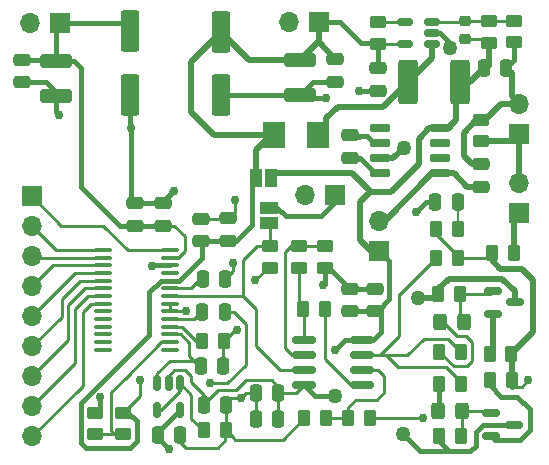
<source format=gbr>
%TF.GenerationSoftware,KiCad,Pcbnew,8.0.5*%
%TF.CreationDate,2024-12-08T21:31:53-05:00*%
%TF.ProjectId,power_glitcher,706f7765-725f-4676-9c69-74636865722e,3.0*%
%TF.SameCoordinates,Original*%
%TF.FileFunction,Copper,L1,Top*%
%TF.FilePolarity,Positive*%
%FSLAX46Y46*%
G04 Gerber Fmt 4.6, Leading zero omitted, Abs format (unit mm)*
G04 Created by KiCad (PCBNEW 8.0.5) date 2024-12-08 21:31:53*
%MOMM*%
%LPD*%
G01*
G04 APERTURE LIST*
G04 Aperture macros list*
%AMRoundRect*
0 Rectangle with rounded corners*
0 $1 Rounding radius*
0 $2 $3 $4 $5 $6 $7 $8 $9 X,Y pos of 4 corners*
0 Add a 4 corners polygon primitive as box body*
4,1,4,$2,$3,$4,$5,$6,$7,$8,$9,$2,$3,0*
0 Add four circle primitives for the rounded corners*
1,1,$1+$1,$2,$3*
1,1,$1+$1,$4,$5*
1,1,$1+$1,$6,$7*
1,1,$1+$1,$8,$9*
0 Add four rect primitives between the rounded corners*
20,1,$1+$1,$2,$3,$4,$5,0*
20,1,$1+$1,$4,$5,$6,$7,0*
20,1,$1+$1,$6,$7,$8,$9,0*
20,1,$1+$1,$8,$9,$2,$3,0*%
G04 Aperture macros list end*
%TA.AperFunction,ComponentPad*%
%ADD10R,1.700000X1.700000*%
%TD*%
%TA.AperFunction,ComponentPad*%
%ADD11O,1.700000X1.700000*%
%TD*%
%TA.AperFunction,SMDPad,CuDef*%
%ADD12RoundRect,0.250000X-0.450000X0.262500X-0.450000X-0.262500X0.450000X-0.262500X0.450000X0.262500X0*%
%TD*%
%TA.AperFunction,SMDPad,CuDef*%
%ADD13RoundRect,0.250000X0.475000X-0.250000X0.475000X0.250000X-0.475000X0.250000X-0.475000X-0.250000X0*%
%TD*%
%TA.AperFunction,SMDPad,CuDef*%
%ADD14RoundRect,0.150000X-0.725000X-0.150000X0.725000X-0.150000X0.725000X0.150000X-0.725000X0.150000X0*%
%TD*%
%TA.AperFunction,SMDPad,CuDef*%
%ADD15RoundRect,0.150000X-0.825000X-0.150000X0.825000X-0.150000X0.825000X0.150000X-0.825000X0.150000X0*%
%TD*%
%TA.AperFunction,SMDPad,CuDef*%
%ADD16RoundRect,0.250000X0.262500X0.450000X-0.262500X0.450000X-0.262500X-0.450000X0.262500X-0.450000X0*%
%TD*%
%TA.AperFunction,SMDPad,CuDef*%
%ADD17RoundRect,0.250000X-0.262500X-0.450000X0.262500X-0.450000X0.262500X0.450000X-0.262500X0.450000X0*%
%TD*%
%TA.AperFunction,SMDPad,CuDef*%
%ADD18R,1.500000X1.000000*%
%TD*%
%TA.AperFunction,SMDPad,CuDef*%
%ADD19RoundRect,0.250000X-0.550000X1.500000X-0.550000X-1.500000X0.550000X-1.500000X0.550000X1.500000X0*%
%TD*%
%TA.AperFunction,SMDPad,CuDef*%
%ADD20RoundRect,0.250000X0.450000X-0.262500X0.450000X0.262500X-0.450000X0.262500X-0.450000X-0.262500X0*%
%TD*%
%TA.AperFunction,SMDPad,CuDef*%
%ADD21R,1.000000X1.500000*%
%TD*%
%TA.AperFunction,SMDPad,CuDef*%
%ADD22RoundRect,0.250000X0.250000X0.475000X-0.250000X0.475000X-0.250000X-0.475000X0.250000X-0.475000X0*%
%TD*%
%TA.AperFunction,SMDPad,CuDef*%
%ADD23RoundRect,0.150000X-0.150000X0.512500X-0.150000X-0.512500X0.150000X-0.512500X0.150000X0.512500X0*%
%TD*%
%TA.AperFunction,SMDPad,CuDef*%
%ADD24RoundRect,0.250000X-0.475000X0.250000X-0.475000X-0.250000X0.475000X-0.250000X0.475000X0.250000X0*%
%TD*%
%TA.AperFunction,SMDPad,CuDef*%
%ADD25RoundRect,0.250000X-0.250000X-0.475000X0.250000X-0.475000X0.250000X0.475000X-0.250000X0.475000X0*%
%TD*%
%TA.AperFunction,SMDPad,CuDef*%
%ADD26RoundRect,0.100000X-0.637500X-0.100000X0.637500X-0.100000X0.637500X0.100000X-0.637500X0.100000X0*%
%TD*%
%TA.AperFunction,SMDPad,CuDef*%
%ADD27RoundRect,0.250000X0.587500X1.625000X-0.587500X1.625000X-0.587500X-1.625000X0.587500X-1.625000X0*%
%TD*%
%TA.AperFunction,SMDPad,CuDef*%
%ADD28RoundRect,0.225000X0.250000X-0.225000X0.250000X0.225000X-0.250000X0.225000X-0.250000X-0.225000X0*%
%TD*%
%TA.AperFunction,SMDPad,CuDef*%
%ADD29RoundRect,0.150000X0.512500X0.150000X-0.512500X0.150000X-0.512500X-0.150000X0.512500X-0.150000X0*%
%TD*%
%TA.AperFunction,SMDPad,CuDef*%
%ADD30RoundRect,0.250000X-0.325000X-0.450000X0.325000X-0.450000X0.325000X0.450000X-0.325000X0.450000X0*%
%TD*%
%TA.AperFunction,SMDPad,CuDef*%
%ADD31RoundRect,0.150000X-0.587500X-0.150000X0.587500X-0.150000X0.587500X0.150000X-0.587500X0.150000X0*%
%TD*%
%TA.AperFunction,SMDPad,CuDef*%
%ADD32RoundRect,0.250000X0.325000X0.450000X-0.325000X0.450000X-0.325000X-0.450000X0.325000X-0.450000X0*%
%TD*%
%TA.AperFunction,SMDPad,CuDef*%
%ADD33RoundRect,0.250000X-1.100000X0.325000X-1.100000X-0.325000X1.100000X-0.325000X1.100000X0.325000X0*%
%TD*%
%TA.AperFunction,SMDPad,CuDef*%
%ADD34R,1.854500X2.286000*%
%TD*%
%TA.AperFunction,ViaPad*%
%ADD35C,1.270000*%
%TD*%
%TA.AperFunction,ViaPad*%
%ADD36C,0.762000*%
%TD*%
%TA.AperFunction,Conductor*%
%ADD37C,0.200000*%
%TD*%
%TA.AperFunction,Conductor*%
%ADD38C,0.254000*%
%TD*%
%TA.AperFunction,Conductor*%
%ADD39C,0.508000*%
%TD*%
%TA.AperFunction,Conductor*%
%ADD40C,0.381000*%
%TD*%
G04 APERTURE END LIST*
D10*
%TO.P,J7,1,Pin_1*%
%TO.N,Net-(J4-Pin_2)*%
X124282200Y-65938400D03*
D11*
%TO.P,J7,2,Pin_2*%
%TO.N,AGND*%
X124282200Y-63398400D03*
%TD*%
D12*
%TO.P,R21,1*%
%TO.N,Net-(U5-FB)*%
X121770000Y-56410000D03*
%TO.P,R21,2*%
%TO.N,V+*%
X121770000Y-58235000D03*
%TD*%
D13*
%TO.P,C17,1*%
%TO.N,AVCC*%
X99644200Y-75031600D03*
%TO.P,C17,2*%
%TO.N,AGND*%
X99644200Y-73131600D03*
%TD*%
D14*
%TO.P,U4,1,NC*%
%TO.N,unconnected-(U4-NC-Pad1)*%
X112477400Y-65495400D03*
%TO.P,U4,2,CAP+*%
%TO.N,Net-(U4-CAP+)*%
X112477400Y-66765400D03*
%TO.P,U4,3,GND*%
%TO.N,AGND*%
X112477400Y-68035400D03*
%TO.P,U4,4,CAP-*%
%TO.N,Net-(U4-CAP-)*%
X112477400Y-69305400D03*
%TO.P,U4,5,VOUT*%
%TO.N,V-*%
X117627400Y-69305400D03*
%TO.P,U4,6,LV*%
%TO.N,unconnected-(U4-LV-Pad6)*%
X117627400Y-68035400D03*
%TO.P,U4,7,OSC*%
%TO.N,unconnected-(U4-OSC-Pad7)*%
X117627400Y-66765400D03*
%TO.P,U4,8,V+*%
%TO.N,V+*%
X117627400Y-65495400D03*
%TD*%
D15*
%TO.P,U2,1*%
%TO.N,Net-(R7-Pad1)*%
X106048000Y-83439000D03*
%TO.P,U2,2,-*%
%TO.N,Net-(U2A--)*%
X106048000Y-84709000D03*
%TO.P,U2,3,+*%
%TO.N,/signal*%
X106048000Y-85979000D03*
%TO.P,U2,4,V-*%
%TO.N,V-*%
X106048000Y-87249000D03*
%TO.P,U2,5,+*%
%TO.N,Net-(U2B-+)*%
X110998000Y-87249000D03*
%TO.P,U2,6,-*%
%TO.N,Net-(U2B--)*%
X110998000Y-85979000D03*
%TO.P,U2,7*%
%TO.N,Net-(R16-Pad1)*%
X110998000Y-84709000D03*
%TO.P,U2,8,V+*%
%TO.N,V+*%
X110998000Y-83439000D03*
%TD*%
D16*
%TO.P,R2,1*%
%TO.N,Net-(R1-Pad2)*%
X123665000Y-86842600D03*
%TO.P,R2,2*%
%TO.N,Net-(Q2-E)*%
X121840000Y-86842600D03*
%TD*%
D17*
%TO.P,R16,1*%
%TO.N,Net-(R16-Pad1)*%
X117273700Y-76454000D03*
%TO.P,R16,2*%
%TO.N,Net-(R1-Pad2)*%
X119098700Y-76454000D03*
%TD*%
D18*
%TO.P,JP1,1,A*%
%TO.N,Net-(J5-Pin_1)*%
X103098600Y-72212200D03*
%TO.P,JP1,2,B*%
%TO.N,/signal*%
X103098600Y-73512200D03*
%TD*%
D19*
%TO.P,C6,1*%
%TO.N,AVCC*%
X99065000Y-57302400D03*
%TO.P,C6,2*%
%TO.N,AGND*%
X99065000Y-62702400D03*
%TD*%
D10*
%TO.P,J4,1,Pin_1*%
%TO.N,/out*%
X124256800Y-72699800D03*
D11*
%TO.P,J4,2,Pin_2*%
%TO.N,Net-(J4-Pin_2)*%
X124256800Y-70159800D03*
%TD*%
D20*
%TO.P,R20,1*%
%TO.N,AGND*%
X123878200Y-58209600D03*
%TO.P,R20,2*%
%TO.N,Net-(U5-FB)*%
X123878200Y-56384600D03*
%TD*%
D17*
%TO.P,R6,1*%
%TO.N,Net-(U2B--)*%
X109840000Y-90043000D03*
%TO.P,R6,2*%
%TO.N,Net-(R1-Pad2)*%
X111665000Y-90043000D03*
%TD*%
D21*
%TO.P,JP2,1,A*%
%TO.N,V+*%
X103276400Y-69723000D03*
%TO.P,JP2,2,B*%
%TO.N,AVCC*%
X101976400Y-69723000D03*
%TD*%
D16*
%TO.P,R15,1*%
%TO.N,AGND*%
X99261300Y-83515200D03*
%TO.P,R15,2*%
%TO.N,Net-(U1-FS_ADJ)*%
X97436300Y-83515200D03*
%TD*%
D22*
%TO.P,C22,1*%
%TO.N,V-*%
X103896200Y-90119200D03*
%TO.P,C22,2*%
%TO.N,AGND*%
X101996200Y-90119200D03*
%TD*%
D23*
%TO.P,U3,1*%
%TO.N,Net-(U3--)*%
X95565000Y-87096600D03*
%TO.P,U3,2,V-*%
%TO.N,V-*%
X94615000Y-87096600D03*
%TO.P,U3,3,+*%
%TO.N,/refio*%
X93665000Y-87096600D03*
%TO.P,U3,4,-*%
%TO.N,Net-(U3--)*%
X93665000Y-89371600D03*
%TO.P,U3,5,V+*%
%TO.N,V+*%
X95565000Y-89371600D03*
%TD*%
D20*
%TO.P,R10,1*%
%TO.N,AGND*%
X103200200Y-77290300D03*
%TO.P,R10,2*%
%TO.N,/signal*%
X103200200Y-75465300D03*
%TD*%
D24*
%TO.P,C23,1*%
%TO.N,Net-(U4-CAP+)*%
X109931200Y-66090800D03*
%TO.P,C23,2*%
%TO.N,Net-(U4-CAP-)*%
X109931200Y-67990800D03*
%TD*%
D10*
%TO.P,J6,1,Pin_1*%
%TO.N,V+*%
X112445800Y-75844400D03*
D11*
%TO.P,J6,2,Pin_2*%
%TO.N,V-*%
X112445800Y-73304400D03*
%TD*%
D17*
%TO.P,R18,1*%
%TO.N,Net-(D2-A)*%
X117527700Y-87122000D03*
%TO.P,R18,2*%
%TO.N,Net-(R16-Pad1)*%
X119352700Y-87122000D03*
%TD*%
D25*
%TO.P,C2,1*%
%TO.N,Net-(U1-COMP1)*%
X97460000Y-81070000D03*
%TO.P,C2,2*%
%TO.N,AVCC*%
X99360000Y-81070000D03*
%TD*%
D20*
%TO.P,R13,1*%
%TO.N,/reflo*%
X90779600Y-91389200D03*
%TO.P,R13,2*%
%TO.N,AVCC*%
X90779600Y-89564200D03*
%TD*%
D13*
%TO.P,C11,1*%
%TO.N,V+*%
X109956600Y-81000600D03*
%TO.P,C11,2*%
%TO.N,AGND*%
X109956600Y-79100600D03*
%TD*%
D16*
%TO.P,R12,1*%
%TO.N,AGND*%
X99439100Y-91059000D03*
%TO.P,R12,2*%
%TO.N,Net-(U3--)*%
X97614100Y-91059000D03*
%TD*%
D10*
%TO.P,J5,1,Pin_1*%
%TO.N,Net-(J5-Pin_1)*%
X108717000Y-71145400D03*
D11*
%TO.P,J5,2,Pin_2*%
%TO.N,AGND*%
X106177000Y-71145400D03*
%TD*%
D17*
%TO.P,R3,1*%
%TO.N,Net-(R1-Pad2)*%
X121998100Y-76073000D03*
%TO.P,R3,2*%
%TO.N,/out*%
X123823100Y-76073000D03*
%TD*%
D13*
%TO.P,C24,1*%
%TO.N,V-*%
X121031000Y-70429200D03*
%TO.P,C24,2*%
%TO.N,AGND*%
X121031000Y-68529200D03*
%TD*%
D26*
%TO.P,U1,1,DB7*%
%TO.N,Net-(J1-Pin_2)*%
X89017000Y-75804000D03*
%TO.P,U1,2,DB6*%
%TO.N,Net-(J1-Pin_3)*%
X89017000Y-76454000D03*
%TO.P,U1,3,DB5*%
%TO.N,Net-(J1-Pin_4)*%
X89017000Y-77104000D03*
%TO.P,U1,4,DB4*%
%TO.N,Net-(J1-Pin_5)*%
X89017000Y-77754000D03*
%TO.P,U1,5,DB3*%
%TO.N,Net-(J1-Pin_6)*%
X89017000Y-78404000D03*
%TO.P,U1,6,DB2*%
%TO.N,Net-(J1-Pin_7)*%
X89017000Y-79054000D03*
%TO.P,U1,7,DB1*%
%TO.N,Net-(J1-Pin_8)*%
X89017000Y-79704000D03*
%TO.P,U1,8,DB0*%
%TO.N,Net-(J1-Pin_9)*%
X89017000Y-80354000D03*
%TO.P,U1,9*%
%TO.N,N/C*%
X89017000Y-81004000D03*
%TO.P,U1,10*%
X89017000Y-81654000D03*
%TO.P,U1,11*%
X89017000Y-82304000D03*
%TO.P,U1,12*%
X89017000Y-82954000D03*
%TO.P,U1,13*%
X89017000Y-83604000D03*
%TO.P,U1,14*%
X89017000Y-84254000D03*
%TO.P,U1,15,SLEEP*%
%TO.N,unconnected-(U1-SLEEP-Pad15)*%
X94742000Y-84254000D03*
%TO.P,U1,16,REFLO*%
%TO.N,/reflo*%
X94742000Y-83604000D03*
%TO.P,U1,17,REFIO*%
%TO.N,/refio*%
X94742000Y-82954000D03*
%TO.P,U1,18,FS_ADJ*%
%TO.N,Net-(U1-FS_ADJ)*%
X94742000Y-82304000D03*
%TO.P,U1,19,COMP1*%
%TO.N,Net-(U1-COMP1)*%
X94742000Y-81654000D03*
%TO.P,U1,20,ACOM*%
%TO.N,AGND*%
X94742000Y-81004000D03*
%TO.P,U1,21,IOUTB*%
X94742000Y-80354000D03*
%TO.P,U1,22,IOUTA*%
%TO.N,/signal*%
X94742000Y-79704000D03*
%TO.P,U1,23,COMP2*%
%TO.N,Net-(U1-COMP2)*%
X94742000Y-79054000D03*
%TO.P,U1,24,AVDD*%
%TO.N,AVCC*%
X94742000Y-78404000D03*
%TO.P,U1,25*%
%TO.N,N/C*%
X94742000Y-77754000D03*
%TO.P,U1,26,DCOM*%
%TO.N,DGND*%
X94742000Y-77104000D03*
%TO.P,U1,27,DVDD*%
%TO.N,DVCC*%
X94742000Y-76454000D03*
%TO.P,U1,28,Clock*%
%TO.N,Net-(J1-Pin_1)*%
X94742000Y-75804000D03*
%TD*%
D13*
%TO.P,C13,1*%
%TO.N,V+*%
X112064800Y-80990400D03*
%TO.P,C13,2*%
%TO.N,AGND*%
X112064800Y-79090400D03*
%TD*%
D27*
%TO.P,D3,1,K*%
%TO.N,V+*%
X119284600Y-61569600D03*
%TO.P,D3,2,A*%
%TO.N,Net-(D3-A)*%
X114909600Y-61569600D03*
%TD*%
D10*
%TO.P,J3,1,Pin_1*%
%TO.N,AVCC*%
X107325000Y-56515000D03*
D11*
%TO.P,J3,2,Pin_2*%
%TO.N,AGND*%
X104785000Y-56515000D03*
%TD*%
D22*
%TO.P,C21,1*%
%TO.N,V-*%
X103896200Y-87934800D03*
%TO.P,C21,2*%
%TO.N,AGND*%
X101996200Y-87934800D03*
%TD*%
D12*
%TO.P,R8,1*%
%TO.N,Net-(U2A--)*%
X105689400Y-75490700D03*
%TO.P,R8,2*%
%TO.N,Net-(R7-Pad1)*%
X105689400Y-77315700D03*
%TD*%
%TO.P,R22,1*%
%TO.N,Net-(U5-EN)*%
X112369600Y-56515000D03*
%TO.P,R22,2*%
%TO.N,AVCC*%
X112369600Y-58340000D03*
%TD*%
D16*
%TO.P,R19,1*%
%TO.N,Net-(R16-Pad1)*%
X119364800Y-84404200D03*
%TO.P,R19,2*%
%TO.N,Net-(D1-K)*%
X117539800Y-84404200D03*
%TD*%
%TO.P,R4,1*%
%TO.N,Net-(D1-A)*%
X119259400Y-79502000D03*
%TO.P,R4,2*%
%TO.N,V+*%
X117434400Y-79502000D03*
%TD*%
D20*
%TO.P,R14,1*%
%TO.N,/reflo*%
X88366600Y-91389200D03*
%TO.P,R14,2*%
%TO.N,AGND*%
X88366600Y-89564200D03*
%TD*%
D17*
%TO.P,R1,1*%
%TO.N,Net-(Q1-E)*%
X121818400Y-84582000D03*
%TO.P,R1,2*%
%TO.N,Net-(R1-Pad2)*%
X123643400Y-84582000D03*
%TD*%
D10*
%TO.P,J2,1,Pin_1*%
%TO.N,DVCC*%
X85450600Y-56565800D03*
D11*
%TO.P,J2,2,Pin_2*%
%TO.N,DGND*%
X82910600Y-56565800D03*
%TD*%
D28*
%TO.P,C20,1*%
%TO.N,V+*%
X119687200Y-57959400D03*
%TO.P,C20,2*%
%TO.N,Net-(U5-FB)*%
X119687200Y-56409400D03*
%TD*%
D29*
%TO.P,U5,1,SW*%
%TO.N,Net-(D3-A)*%
X116936100Y-58379400D03*
%TO.P,U5,2,GND*%
%TO.N,AGND*%
X116936100Y-57429400D03*
%TO.P,U5,3,FB*%
%TO.N,Net-(U5-FB)*%
X116936100Y-56479400D03*
%TO.P,U5,4,EN*%
%TO.N,Net-(U5-EN)*%
X114661100Y-56479400D03*
%TO.P,U5,5,VIN*%
%TO.N,AVCC*%
X114661100Y-58379400D03*
%TD*%
D24*
%TO.P,C10,1*%
%TO.N,DVCC*%
X82169000Y-59715400D03*
%TO.P,C10,2*%
%TO.N,DGND*%
X82169000Y-61615400D03*
%TD*%
D25*
%TO.P,C3,1*%
%TO.N,Net-(U1-COMP2)*%
X97525800Y-78282800D03*
%TO.P,C3,2*%
%TO.N,AGND*%
X99425800Y-78282800D03*
%TD*%
D16*
%TO.P,R11,1*%
%TO.N,Net-(C1-Pad1)*%
X119085400Y-74041000D03*
%TO.P,R11,2*%
%TO.N,Net-(R1-Pad2)*%
X117260400Y-74041000D03*
%TD*%
D22*
%TO.P,C19,1*%
%TO.N,AGND*%
X123215400Y-60401200D03*
%TO.P,C19,2*%
%TO.N,V+*%
X121315400Y-60401200D03*
%TD*%
D30*
%TO.P,D1,1,K*%
%TO.N,Net-(D1-K)*%
X117575900Y-81915000D03*
%TO.P,D1,2,A*%
%TO.N,Net-(D1-A)*%
X119625900Y-81915000D03*
%TD*%
D10*
%TO.P,J1,1,Pin_1*%
%TO.N,Net-(J1-Pin_1)*%
X83058000Y-71247000D03*
D11*
%TO.P,J1,2,Pin_2*%
%TO.N,Net-(J1-Pin_2)*%
X83058000Y-73787000D03*
%TO.P,J1,3,Pin_3*%
%TO.N,Net-(J1-Pin_3)*%
X83058000Y-76327000D03*
%TO.P,J1,4,Pin_4*%
%TO.N,Net-(J1-Pin_4)*%
X83058000Y-78867000D03*
%TO.P,J1,5,Pin_5*%
%TO.N,Net-(J1-Pin_5)*%
X83058000Y-81407000D03*
%TO.P,J1,6,Pin_6*%
%TO.N,Net-(J1-Pin_6)*%
X83058000Y-83947000D03*
%TO.P,J1,7,Pin_7*%
%TO.N,Net-(J1-Pin_7)*%
X83058000Y-86487000D03*
%TO.P,J1,8,Pin_8*%
%TO.N,Net-(J1-Pin_8)*%
X83058000Y-89027000D03*
%TO.P,J1,9,Pin_9*%
%TO.N,Net-(J1-Pin_9)*%
X83058000Y-91567000D03*
%TD*%
D20*
%TO.P,R9,1*%
%TO.N,AGND*%
X107848400Y-77315700D03*
%TO.P,R9,2*%
%TO.N,Net-(U2A--)*%
X107848400Y-75490700D03*
%TD*%
D19*
%TO.P,C8,1*%
%TO.N,DVCC*%
X91368800Y-57287200D03*
%TO.P,C8,2*%
%TO.N,DGND*%
X91368800Y-62687200D03*
%TD*%
D13*
%TO.P,C14,1*%
%TO.N,DVCC*%
X94107000Y-73756600D03*
%TO.P,C14,2*%
%TO.N,DGND*%
X94107000Y-71856600D03*
%TD*%
%TO.P,C15,1*%
%TO.N,DVCC*%
X91744800Y-73731200D03*
%TO.P,C15,2*%
%TO.N,DGND*%
X91744800Y-71831200D03*
%TD*%
D17*
%TO.P,R5,1*%
%TO.N,V-*%
X117537900Y-91567000D03*
%TO.P,R5,2*%
%TO.N,Net-(D2-K)*%
X119362900Y-91567000D03*
%TD*%
D13*
%TO.P,C18,1*%
%TO.N,AGND*%
X112369600Y-62301200D03*
%TO.P,C18,2*%
%TO.N,AVCC*%
X112369600Y-60401200D03*
%TD*%
D31*
%TO.P,Q1,1,B*%
%TO.N,Net-(D1-A)*%
X122049300Y-79288600D03*
%TO.P,Q1,2,E*%
%TO.N,Net-(Q1-E)*%
X122049300Y-81188600D03*
%TO.P,Q1,3,C*%
%TO.N,V+*%
X123924300Y-80238600D03*
%TD*%
D32*
%TO.P,D2,1,K*%
%TO.N,Net-(D2-K)*%
X119471100Y-89414600D03*
%TO.P,D2,2,A*%
%TO.N,Net-(D2-A)*%
X117421100Y-89414600D03*
%TD*%
D13*
%TO.P,C16,1*%
%TO.N,AVCC*%
X97332800Y-75041800D03*
%TO.P,C16,2*%
%TO.N,AGND*%
X97332800Y-73141800D03*
%TD*%
D22*
%TO.P,C1,1*%
%TO.N,Net-(C1-Pad1)*%
X119085400Y-71755000D03*
%TO.P,C1,2*%
%TO.N,AGND*%
X117185400Y-71755000D03*
%TD*%
D17*
%TO.P,R7,1*%
%TO.N,Net-(R7-Pad1)*%
X105996100Y-80797400D03*
%TO.P,R7,2*%
%TO.N,Net-(U2B-+)*%
X107821100Y-80797400D03*
%TD*%
D12*
%TO.P,R23,1*%
%TO.N,AGND*%
X121031000Y-64771900D03*
%TO.P,R23,2*%
%TO.N,Net-(J4-Pin_2)*%
X121031000Y-66596900D03*
%TD*%
D24*
%TO.P,C7,1*%
%TO.N,AVCC*%
X108742400Y-59639200D03*
%TO.P,C7,2*%
%TO.N,AGND*%
X108742400Y-61539200D03*
%TD*%
D33*
%TO.P,C5,1*%
%TO.N,AVCC*%
X105770600Y-59690000D03*
%TO.P,C5,2*%
%TO.N,AGND*%
X105770600Y-62640000D03*
%TD*%
D34*
%TO.P,L1,1,1*%
%TO.N,AVCC*%
X103517750Y-66040000D03*
%TO.P,L1,2,2*%
%TO.N,Net-(D3-A)*%
X107302250Y-66040000D03*
%TD*%
D25*
%TO.P,C12,1*%
%TO.N,V-*%
X97586800Y-88900000D03*
%TO.P,C12,2*%
%TO.N,AGND*%
X99486800Y-88900000D03*
%TD*%
%TO.P,C4,1*%
%TO.N,/refio*%
X97348000Y-85648800D03*
%TO.P,C4,2*%
%TO.N,AGND*%
X99248000Y-85648800D03*
%TD*%
D22*
%TO.P,C25,1*%
%TO.N,AGND*%
X95590400Y-91440000D03*
%TO.P,C25,2*%
%TO.N,V+*%
X93690400Y-91440000D03*
%TD*%
D31*
%TO.P,Q2,1,B*%
%TO.N,Net-(D2-K)*%
X121950000Y-89626400D03*
%TO.P,Q2,2,E*%
%TO.N,Net-(Q2-E)*%
X121950000Y-91526400D03*
%TO.P,Q2,3,C*%
%TO.N,V-*%
X123825000Y-90576400D03*
%TD*%
D33*
%TO.P,C9,1*%
%TO.N,DVCC*%
X85090000Y-59791600D03*
%TO.P,C9,2*%
%TO.N,DGND*%
X85090000Y-62741600D03*
%TD*%
D17*
%TO.P,R17,1*%
%TO.N,AGND*%
X106110000Y-90043000D03*
%TO.P,R17,2*%
%TO.N,Net-(U2B--)*%
X107935000Y-90043000D03*
%TD*%
D35*
%TO.N,AGND*%
X114503200Y-67132200D03*
D36*
X101930200Y-78360000D03*
X107899200Y-62966600D03*
X110693200Y-62331600D03*
X88823800Y-88214200D03*
D35*
X118417099Y-58709369D03*
D36*
X107721400Y-78790800D03*
X96126000Y-80946000D03*
X100380800Y-82550000D03*
X100253800Y-71602600D03*
X115595400Y-72567800D03*
X100100000Y-76900000D03*
X100761800Y-88341200D03*
%TO.N,AVCC*%
X98094800Y-87096600D03*
X92202000Y-86817200D03*
%TO.N,DGND*%
X91389200Y-65430400D03*
X85344000Y-64363600D03*
X93218000Y-77114400D03*
X95100000Y-70810000D03*
%TO.N,Net-(R1-Pad2)*%
X116154200Y-90017600D03*
X125044200Y-86842600D03*
D35*
%TO.N,V-*%
X114452400Y-91389200D03*
X108686600Y-88188800D03*
D36*
%TO.N,V+*%
X94640400Y-92684600D03*
X108712000Y-84251800D03*
D35*
X115697000Y-79857600D03*
%TD*%
D37*
%TO.N,Net-(C1-Pad1)*%
X119085400Y-71755000D02*
X119085400Y-74041000D01*
D38*
%TO.N,AGND*%
X99390200Y-91107900D02*
X99390200Y-91922600D01*
X101168200Y-87934800D02*
X101996200Y-87934800D01*
X99248000Y-85777700D02*
X99248000Y-83528500D01*
D39*
X122783600Y-63398400D02*
X124282200Y-63398400D01*
X123647200Y-60833000D02*
X123647200Y-62763400D01*
D38*
X100253800Y-72649000D02*
X99771200Y-73131600D01*
D40*
X110723600Y-62301200D02*
X112369600Y-62301200D01*
D37*
X118370000Y-58700000D02*
X118407730Y-58700000D01*
D39*
X119583200Y-67818000D02*
X120294400Y-68529200D01*
D40*
X107899200Y-62966600D02*
X106097200Y-62966600D01*
D38*
X100761800Y-88341200D02*
X101168200Y-87934800D01*
X99248000Y-83528500D02*
X99261300Y-83515200D01*
X100226500Y-82550000D02*
X99261300Y-83515200D01*
X100253800Y-71602600D02*
X100253800Y-72649000D01*
X99796600Y-88341200D02*
X99486800Y-88651000D01*
X97459800Y-73141800D02*
X99761000Y-73141800D01*
D39*
X120294400Y-68529200D02*
X121031000Y-68529200D01*
D40*
X107848400Y-77315700D02*
X107848400Y-78663800D01*
X117589400Y-57429400D02*
X118370000Y-58210000D01*
D38*
X102050000Y-78270000D02*
X103029700Y-77290300D01*
D40*
X118370000Y-58210000D02*
X118370000Y-58700000D01*
D38*
X98755200Y-92557600D02*
X96088200Y-92557600D01*
X96126000Y-80946000D02*
X96068000Y-81004000D01*
D40*
X106097200Y-62966600D02*
X105770600Y-62640000D01*
D38*
X99439100Y-91059000D02*
X99390200Y-91107900D01*
D40*
X107848400Y-77315700D02*
X108171700Y-77315700D01*
D39*
X121031000Y-64771900D02*
X120673500Y-64771900D01*
D40*
X109966800Y-79090400D02*
X112064800Y-79090400D01*
D38*
X99486800Y-88900000D02*
X99486800Y-91011300D01*
D40*
X99486800Y-88900000D02*
X99486800Y-88651000D01*
D38*
X95590400Y-92059800D02*
X95590400Y-91440000D01*
X99390200Y-91922600D02*
X98755200Y-92557600D01*
D39*
X121410100Y-64771900D02*
X122783600Y-63398400D01*
D40*
X108171700Y-77315700D02*
X109956600Y-79100600D01*
D38*
X103029700Y-77290300D02*
X103200200Y-77290300D01*
D40*
X106871400Y-61539200D02*
X105770600Y-62640000D01*
X116936100Y-57429400D02*
X117589400Y-57429400D01*
X110693200Y-62331600D02*
X110723600Y-62301200D01*
X105708200Y-62702400D02*
X105770600Y-62640000D01*
X109956600Y-79100600D02*
X109966800Y-79090400D01*
D39*
X123647200Y-62763400D02*
X124282200Y-63398400D01*
D40*
X88823800Y-89107000D02*
X88366600Y-89564200D01*
X88823800Y-88214200D02*
X88823800Y-89107000D01*
D39*
X113600000Y-68035400D02*
X113045800Y-68035400D01*
D38*
X102020200Y-78270000D02*
X102050000Y-78270000D01*
D39*
X119583200Y-65862200D02*
X119583200Y-67818000D01*
D38*
X100100000Y-77608600D02*
X99425800Y-78282800D01*
D39*
X120673500Y-64771900D02*
X119583200Y-65862200D01*
D38*
X94742000Y-81004000D02*
X94742000Y-80354000D01*
X100251900Y-91871800D02*
X104281200Y-91871800D01*
X104281200Y-91871800D02*
X106110000Y-90043000D01*
D40*
X108742400Y-61539200D02*
X106871400Y-61539200D01*
X107848400Y-78663800D02*
X107721400Y-78790800D01*
D38*
X100380800Y-82550000D02*
X100226500Y-82550000D01*
D39*
X121031000Y-64771900D02*
X121410100Y-64771900D01*
D38*
X96068000Y-81004000D02*
X94742000Y-81004000D01*
D40*
X115697000Y-72440800D02*
X115697000Y-72466200D01*
D38*
X96088200Y-92557600D02*
X95590400Y-92059800D01*
D40*
X115697000Y-72466200D02*
X115595400Y-72567800D01*
D38*
X99761000Y-73141800D02*
X99771200Y-73131600D01*
X101930200Y-78360000D02*
X102020200Y-78270000D01*
D39*
X123215400Y-60401200D02*
X123215400Y-60655200D01*
D40*
X123878200Y-59738400D02*
X123878200Y-58209600D01*
X116382800Y-71755000D02*
X115697000Y-72440800D01*
X99065000Y-62702400D02*
X105708200Y-62702400D01*
D39*
X123215400Y-60401200D02*
X123647200Y-60833000D01*
D38*
X99439100Y-91059000D02*
X100036950Y-91656850D01*
D39*
X123266200Y-60350400D02*
X123215400Y-60401200D01*
D40*
X123215400Y-60401200D02*
X123878200Y-59738400D01*
D38*
X101996200Y-87934800D02*
X101996200Y-90119200D01*
D39*
X114503200Y-67132200D02*
X113600000Y-68035400D01*
D38*
X100761800Y-88341200D02*
X99796600Y-88341200D01*
X100036950Y-91656850D02*
X100251900Y-91871800D01*
D39*
X123878200Y-58209600D02*
X124104400Y-58435800D01*
D37*
X118407730Y-58700000D02*
X118417099Y-58709369D01*
D40*
X117185400Y-71755000D02*
X116382800Y-71755000D01*
D38*
X100100000Y-76900000D02*
X100100000Y-77608600D01*
X99486800Y-91011300D02*
X99439100Y-91059000D01*
%TO.N,Net-(U1-COMP1)*%
X96770800Y-81654000D02*
X97373400Y-81051400D01*
X94742000Y-81654000D02*
X96770800Y-81654000D01*
D40*
%TO.N,AVCC*%
X92970000Y-82386856D02*
X92964000Y-82392856D01*
X97459800Y-76470144D02*
X97459800Y-75041800D01*
X92964000Y-82956400D02*
X87172800Y-88747600D01*
X95525944Y-78404000D02*
X97459800Y-76470144D01*
X91922600Y-90300800D02*
X91186000Y-89564200D01*
D39*
X101452600Y-59690000D02*
X105770600Y-59690000D01*
D38*
X112369600Y-58340000D02*
X114621700Y-58340000D01*
D40*
X99065000Y-57302400D02*
X99288600Y-57302400D01*
X100330000Y-75031600D02*
X99771200Y-75031600D01*
D38*
X92202000Y-86817200D02*
X92202000Y-88141800D01*
D40*
X92970000Y-79392056D02*
X92970000Y-82386856D01*
X93958056Y-78404000D02*
X92970000Y-79392056D01*
D38*
X99568000Y-87096600D02*
X101168200Y-85496400D01*
D40*
X107325000Y-56515000D02*
X109143800Y-56515000D01*
X101650800Y-73710800D02*
X100330000Y-75031600D01*
D39*
X99065000Y-57302400D02*
X101452600Y-59690000D01*
X103251000Y-66065400D02*
X101981000Y-67335400D01*
X99065000Y-57302400D02*
X96520000Y-59847400D01*
D40*
X110896400Y-58267600D02*
X112297200Y-58267600D01*
D39*
X107325000Y-58135600D02*
X107325000Y-56515000D01*
X101981000Y-69718400D02*
X101976400Y-69723000D01*
D38*
X101168200Y-85496400D02*
X101168200Y-82067400D01*
D39*
X96520000Y-59847400D02*
X96520000Y-64109600D01*
X98475800Y-66065400D02*
X104190800Y-66065400D01*
D40*
X91338400Y-92586800D02*
X91922600Y-92002600D01*
D38*
X100152200Y-81051400D02*
X99273400Y-81051400D01*
D40*
X87172800Y-92180400D02*
X87579200Y-92586800D01*
D39*
X107325000Y-58221800D02*
X108742400Y-59639200D01*
D40*
X87579200Y-92586800D02*
X91338400Y-92586800D01*
D38*
X101168200Y-82067400D02*
X100152200Y-81051400D01*
D40*
X99288600Y-57302400D02*
X99364800Y-57226200D01*
X92964000Y-82392856D02*
X92964000Y-82956400D01*
X94742000Y-78404000D02*
X93958056Y-78404000D01*
D39*
X105770600Y-59690000D02*
X107325000Y-58135600D01*
X112297200Y-58267600D02*
X112369600Y-58340000D01*
D38*
X98094800Y-87096600D02*
X99568000Y-87096600D01*
D40*
X94742000Y-78404000D02*
X95525944Y-78404000D01*
X109143800Y-56515000D02*
X110896400Y-58267600D01*
X101650800Y-73710800D02*
X101650800Y-70048600D01*
D39*
X96520000Y-64109600D02*
X98475800Y-66065400D01*
D40*
X97459800Y-75041800D02*
X99761000Y-75041800D01*
D39*
X114621700Y-58340000D02*
X114661100Y-58379400D01*
D38*
X92202000Y-88141800D02*
X90779600Y-89564200D01*
D39*
X101981000Y-67335400D02*
X101981000Y-69718400D01*
D40*
X87172800Y-88747600D02*
X87172800Y-92180400D01*
X107325000Y-56515000D02*
X107325000Y-58221800D01*
X91922600Y-92002600D02*
X91922600Y-90300800D01*
D38*
X99761000Y-75041800D02*
X99771200Y-75031600D01*
D40*
X112369600Y-58340000D02*
X112369600Y-60401200D01*
X101650800Y-70048600D02*
X101976400Y-69723000D01*
D38*
%TO.N,Net-(U1-COMP2)*%
X94742000Y-79054000D02*
X96510800Y-79054000D01*
X96510800Y-79054000D02*
X97282000Y-78282800D01*
%TO.N,/refio*%
X97205800Y-85648800D02*
X97348000Y-85648800D01*
X95628600Y-82954000D02*
X96342200Y-83667600D01*
X96748600Y-85191600D02*
X97205800Y-85648800D01*
X94742000Y-82954000D02*
X95628600Y-82954000D01*
X94716600Y-85191600D02*
X96748600Y-85191600D01*
X93665000Y-86243200D02*
X94716600Y-85191600D01*
X96342200Y-84771900D02*
X97219100Y-85648800D01*
X96342200Y-83667600D02*
X96342200Y-84771900D01*
X93665000Y-87096600D02*
X93665000Y-86243200D01*
%TO.N,DGND*%
X91368800Y-65410000D02*
X91389200Y-65430400D01*
X91368800Y-62717600D02*
X91389200Y-62738000D01*
D40*
X91389200Y-65430400D02*
X91389200Y-71475600D01*
X84272200Y-61615400D02*
X82169000Y-61615400D01*
D39*
X94107000Y-71803000D02*
X94107000Y-71856600D01*
D40*
X85090000Y-62741600D02*
X85090000Y-64109600D01*
X85090000Y-62741600D02*
X85090000Y-62433200D01*
X91368800Y-62687200D02*
X91368800Y-65410000D01*
X93228400Y-77104000D02*
X93218000Y-77114400D01*
X85090000Y-64109600D02*
X85344000Y-64363600D01*
X94742000Y-77104000D02*
X93228400Y-77104000D01*
X91389200Y-71475600D02*
X91744800Y-71831200D01*
D39*
X95100000Y-70810000D02*
X94107000Y-71803000D01*
D40*
X85090000Y-62433200D02*
X84272200Y-61615400D01*
X91744800Y-71831200D02*
X94081600Y-71831200D01*
D38*
X94081600Y-71831200D02*
X94107000Y-71856600D01*
D40*
%TO.N,DVCC*%
X90647400Y-56565800D02*
X91368800Y-57287200D01*
X90469800Y-73731200D02*
X91744800Y-73731200D01*
X82169000Y-59715400D02*
X85013800Y-59715400D01*
D38*
X95436140Y-76454000D02*
X94742000Y-76454000D01*
D40*
X87172800Y-70434200D02*
X90469800Y-73731200D01*
X85450600Y-56565800D02*
X90647400Y-56565800D01*
X91744800Y-73731200D02*
X94081600Y-73731200D01*
X85476000Y-56591200D02*
X85450600Y-56565800D01*
X85090000Y-59791600D02*
X86563200Y-59791600D01*
D37*
X94081600Y-73731200D02*
X94107000Y-73756600D01*
D40*
X87172800Y-60401200D02*
X87172800Y-70434200D01*
X85090000Y-59791600D02*
X85090000Y-56926400D01*
D38*
X95986600Y-74650600D02*
X95986600Y-75903540D01*
X95986600Y-75903540D02*
X95436140Y-76454000D01*
X95092600Y-73756600D02*
X95986600Y-74650600D01*
D40*
X86563200Y-59791600D02*
X87172800Y-60401200D01*
X85090000Y-56926400D02*
X85450600Y-56565800D01*
X85013800Y-59715400D02*
X85090000Y-59791600D01*
D38*
X94107000Y-73756600D02*
X95092600Y-73756600D01*
%TO.N,Net-(D1-K)*%
X118999000Y-83058000D02*
X119786400Y-83058000D01*
X117856000Y-81915000D02*
X118999000Y-83058000D01*
X120319800Y-85166200D02*
X119888000Y-85598000D01*
X117575900Y-81915000D02*
X117856000Y-81915000D01*
X119888000Y-85598000D02*
X118733600Y-85598000D01*
X120319800Y-83591400D02*
X120319800Y-85166200D01*
X119786400Y-83058000D02*
X120319800Y-83591400D01*
X118733600Y-85598000D02*
X117539800Y-84404200D01*
%TO.N,Net-(D1-A)*%
X121835900Y-79502000D02*
X122049300Y-79288600D01*
X119259400Y-81548500D02*
X119625900Y-81915000D01*
X119259400Y-79502000D02*
X119259400Y-81548500D01*
X119259400Y-79502000D02*
X121835900Y-79502000D01*
%TO.N,Net-(D2-K)*%
X119475400Y-89408000D02*
X119475400Y-91454500D01*
X119475400Y-89408000D02*
X121731600Y-89408000D01*
X121731600Y-89408000D02*
X121950000Y-89626400D01*
X119475400Y-91454500D02*
X119362900Y-91567000D01*
%TO.N,Net-(D2-A)*%
X117537900Y-89295500D02*
X117425400Y-89408000D01*
D40*
X117537900Y-86995000D02*
X117537900Y-89295500D01*
D38*
%TO.N,Net-(J1-Pin_9)*%
X87350600Y-87274400D02*
X83058000Y-91567000D01*
X89017000Y-80354000D02*
X88048000Y-80354000D01*
X87350600Y-81051400D02*
X87350600Y-87274400D01*
X88048000Y-80354000D02*
X87350600Y-81051400D01*
%TO.N,Net-(J1-Pin_6)*%
X83058000Y-83947000D02*
X85572600Y-81432400D01*
X85572600Y-79959200D02*
X87127800Y-78404000D01*
X87127800Y-78404000D02*
X89017000Y-78404000D01*
X85572600Y-81432400D02*
X85572600Y-79959200D01*
%TO.N,Net-(J1-Pin_7)*%
X87519200Y-79054000D02*
X89017000Y-79054000D01*
X86106000Y-83439000D02*
X86106000Y-80467200D01*
X86106000Y-80467200D02*
X87519200Y-79054000D01*
X83058000Y-86487000D02*
X86106000Y-83439000D01*
%TO.N,Net-(J1-Pin_1)*%
X85540000Y-73729000D02*
X89070600Y-73729000D01*
X83058000Y-71247000D02*
X85540000Y-73729000D01*
X91145600Y-75804000D02*
X94742000Y-75804000D01*
X89070600Y-73729000D02*
X91145600Y-75804000D01*
%TO.N,Net-(J1-Pin_8)*%
X83058000Y-89027000D02*
X86715600Y-85369400D01*
X86715600Y-85369400D02*
X86715600Y-80797400D01*
X87809000Y-79704000D02*
X89017000Y-79704000D01*
X86715600Y-80797400D02*
X87809000Y-79704000D01*
%TO.N,Net-(J1-Pin_3)*%
X83185000Y-76454000D02*
X89017000Y-76454000D01*
X83058000Y-76327000D02*
X83185000Y-76454000D01*
%TO.N,Net-(J1-Pin_2)*%
X85075000Y-75804000D02*
X83058000Y-73787000D01*
X89017000Y-75804000D02*
X85075000Y-75804000D01*
%TO.N,Net-(J1-Pin_5)*%
X83058000Y-81407000D02*
X86711000Y-77754000D01*
X86711000Y-77754000D02*
X89017000Y-77754000D01*
%TO.N,Net-(J1-Pin_4)*%
X84821000Y-77104000D02*
X89017000Y-77104000D01*
X83058000Y-78867000D02*
X84821000Y-77104000D01*
D39*
%TO.N,/out*%
X123823100Y-76073000D02*
X123823100Y-73133500D01*
X123823100Y-73133500D02*
X124256800Y-72699800D01*
%TO.N,Net-(Q1-E)*%
X122049300Y-84351100D02*
X121818400Y-84582000D01*
X122049300Y-81188600D02*
X122049300Y-84351100D01*
D40*
%TO.N,Net-(Q2-E)*%
X125171200Y-91059000D02*
X124383800Y-91846400D01*
X122783600Y-88214200D02*
X124104400Y-88214200D01*
X122270000Y-91846400D02*
X121950000Y-91526400D01*
X125171200Y-89281000D02*
X125171200Y-91059000D01*
X124383800Y-91846400D02*
X122270000Y-91846400D01*
X121840000Y-87270600D02*
X122783600Y-88214200D01*
X121840000Y-86842600D02*
X121840000Y-87270600D01*
X124104400Y-88214200D02*
X125171200Y-89281000D01*
%TO.N,Net-(R1-Pad2)*%
X123665000Y-87368400D02*
X123665000Y-86842600D01*
D38*
X124452400Y-87368400D02*
X124180600Y-87368400D01*
X124518400Y-87368400D02*
X125044200Y-86842600D01*
D39*
X121998100Y-76684500D02*
X122682000Y-77368400D01*
X125450600Y-78308200D02*
X125450600Y-82774800D01*
D38*
X124180600Y-87368400D02*
X123665000Y-87368400D01*
X119098700Y-76299700D02*
X119098700Y-76454000D01*
X116128800Y-90043000D02*
X111665000Y-90043000D01*
D39*
X123665000Y-86842600D02*
X123665000Y-84603600D01*
D38*
X117260400Y-74461400D02*
X119098700Y-76299700D01*
D39*
X124510800Y-77368400D02*
X125450600Y-78308200D01*
D40*
X123665000Y-84603600D02*
X123643400Y-84582000D01*
D38*
X124180600Y-87368400D02*
X124518400Y-87368400D01*
D39*
X121998100Y-76073000D02*
X121998100Y-76684500D01*
X125450600Y-82774800D02*
X123643400Y-84582000D01*
D38*
X116154200Y-90017600D02*
X116128800Y-90043000D01*
D40*
X117400700Y-74181300D02*
X117260400Y-74041000D01*
D38*
X117402600Y-74183200D02*
X117260400Y-74041000D01*
X119098700Y-76454000D02*
X121617100Y-76454000D01*
D39*
X122682000Y-77368400D02*
X124510800Y-77368400D01*
D38*
X117260400Y-74041000D02*
X117260400Y-74461400D01*
%TO.N,Net-(U2B--)*%
X110464600Y-88468200D02*
X112217200Y-88468200D01*
X107935000Y-90043000D02*
X109840000Y-90043000D01*
X112217200Y-88468200D02*
X112877600Y-87807800D01*
X112877600Y-87807800D02*
X112877600Y-86487000D01*
X112369600Y-85979000D02*
X110998000Y-85979000D01*
X109840000Y-90043000D02*
X109840000Y-89092800D01*
X112877600Y-86487000D02*
X112369600Y-85979000D01*
X109840000Y-89092800D02*
X110464600Y-88468200D01*
%TO.N,Net-(R7-Pad1)*%
X106048000Y-80849300D02*
X105996100Y-80797400D01*
X105689400Y-80490700D02*
X105996100Y-80797400D01*
X105689400Y-77315700D02*
X105689400Y-80490700D01*
X106048000Y-83439000D02*
X106048000Y-80849300D01*
%TO.N,Net-(U2B-+)*%
X107821100Y-80797400D02*
X107821100Y-85037300D01*
X107821100Y-85037300D02*
X110032800Y-87249000D01*
X110032800Y-87249000D02*
X110998000Y-87249000D01*
%TO.N,Net-(U2A--)*%
X105073001Y-84709000D02*
X104444800Y-84080799D01*
X106048000Y-84709000D02*
X105073001Y-84709000D01*
X104444800Y-75996800D02*
X104950900Y-75490700D01*
X104444800Y-84080799D02*
X104444800Y-75996800D01*
X105689400Y-75490700D02*
X107848400Y-75490700D01*
X104950900Y-75490700D02*
X105689400Y-75490700D01*
%TO.N,Net-(U3--)*%
X97485200Y-91059000D02*
X96520000Y-90093800D01*
X93665000Y-89371600D02*
X93964999Y-89371600D01*
X95575099Y-87771599D02*
X95565000Y-87771599D01*
X96520000Y-90093800D02*
X96520000Y-88051600D01*
X97614100Y-91059000D02*
X97485200Y-91059000D01*
X96520000Y-88051600D02*
X95565000Y-87096600D01*
X95565000Y-87771599D02*
X95565000Y-87096600D01*
X93964999Y-89371600D02*
X95565000Y-87771599D01*
%TO.N,/reflo*%
X89752600Y-87855900D02*
X89752600Y-91149600D01*
X89752600Y-91149600D02*
X89992200Y-91389200D01*
X94004501Y-83604000D02*
X90988650Y-86619850D01*
X89992200Y-91389200D02*
X90137548Y-91389200D01*
X94742000Y-83604000D02*
X94004501Y-83604000D01*
X90988650Y-86619850D02*
X89752600Y-87855900D01*
X90137548Y-91389200D02*
X90458574Y-91710226D01*
X88366600Y-91389200D02*
X89992200Y-91389200D01*
%TO.N,Net-(U1-FS_ADJ)*%
X94742000Y-82304000D02*
X95740600Y-82304000D01*
X95740600Y-82304000D02*
X96951800Y-83515200D01*
X96951800Y-83515200D02*
X97436300Y-83515200D01*
%TO.N,Net-(R16-Pad1)*%
X114147600Y-79580100D02*
X117273700Y-76454000D01*
X114147600Y-83108800D02*
X112547400Y-84709000D01*
X116230400Y-83312000D02*
X118272600Y-83312000D01*
X119362900Y-86995000D02*
X118092900Y-85725000D01*
X114147600Y-79857600D02*
X114147600Y-79502000D01*
X118092900Y-85725000D02*
X114046000Y-85725000D01*
X110998000Y-84709000D02*
X111139400Y-84850400D01*
X117068600Y-76581000D02*
X117400700Y-76581000D01*
X114046000Y-85725000D02*
X113030000Y-84709000D01*
X114147600Y-83108800D02*
X114147600Y-79857600D01*
X118272600Y-83312000D02*
X119364800Y-84404200D01*
X114833400Y-84709000D02*
X116230400Y-83312000D01*
X113030000Y-84709000D02*
X114833400Y-84709000D01*
X117260400Y-76440700D02*
X117400700Y-76581000D01*
X114147600Y-79857600D02*
X114147600Y-79580100D01*
X117195600Y-76454000D02*
X117273700Y-76454000D01*
X112547400Y-84709000D02*
X110998000Y-84709000D01*
X113030000Y-84709000D02*
X110998000Y-84709000D01*
D39*
%TO.N,Net-(D3-A)*%
X108915200Y-63703200D02*
X112750600Y-63703200D01*
X107975300Y-66065400D02*
X107975300Y-64643100D01*
D40*
X114909600Y-60405900D02*
X114909600Y-61569600D01*
D39*
X114884200Y-61569600D02*
X114909600Y-61569600D01*
X112750600Y-63703200D02*
X114884200Y-61569600D01*
X116936100Y-58379400D02*
X116936100Y-59543100D01*
X107975300Y-64643100D02*
X108915200Y-63703200D01*
X116936100Y-59543100D02*
X114909600Y-61569600D01*
D40*
%TO.N,Net-(J5-Pin_1)*%
X103098600Y-72212200D02*
X103809800Y-72212200D01*
X107492800Y-72923400D02*
X108717000Y-71699200D01*
X103809800Y-72212200D02*
X104521000Y-72923400D01*
X108717000Y-71699200D02*
X108717000Y-71145400D01*
X104521000Y-72923400D02*
X107492800Y-72923400D01*
D38*
%TO.N,Net-(U5-FB)*%
X121770000Y-56410000D02*
X123852800Y-56410000D01*
X117548100Y-56476000D02*
X119620600Y-56476000D01*
X123852800Y-56410000D02*
X123878200Y-56384600D01*
X119687200Y-56409400D02*
X121769400Y-56409400D01*
X119620600Y-56476000D02*
X119687200Y-56409400D01*
X121769400Y-56409400D02*
X121770000Y-56410000D01*
D40*
%TO.N,V-*%
X120599200Y-92379800D02*
X120599200Y-91211400D01*
X120167400Y-92811600D02*
X120599200Y-92379800D01*
D39*
X117627400Y-69305400D02*
X118759200Y-69305400D01*
D38*
X94615000Y-86436200D02*
X95097600Y-85953600D01*
D40*
X118338600Y-92811600D02*
X119100600Y-92811600D01*
D38*
X96469200Y-86461600D02*
X96469200Y-86944200D01*
X97586800Y-88900000D02*
X97586800Y-88849200D01*
D39*
X112903000Y-73304400D02*
X112445800Y-73304400D01*
D38*
X103896200Y-87934800D02*
X105362200Y-87934800D01*
X101193600Y-86842600D02*
X103378000Y-86842600D01*
X97586800Y-88900000D02*
X97586800Y-88061800D01*
X96469200Y-86944200D02*
X97586800Y-88061800D01*
D40*
X114452400Y-91389200D02*
X115874800Y-92811600D01*
X120599200Y-91211400D02*
X121234200Y-90576400D01*
X121234200Y-90576400D02*
X123825000Y-90576400D01*
D39*
X116902000Y-69305400D02*
X112903000Y-73304400D01*
X119883000Y-70429200D02*
X121031000Y-70429200D01*
D38*
X103896200Y-87934800D02*
X103896200Y-90119200D01*
D40*
X117537900Y-91567000D02*
X117537900Y-92010900D01*
X108686600Y-88188800D02*
X106987800Y-88188800D01*
D38*
X98755200Y-87680800D02*
X100355400Y-87680800D01*
D39*
X112445800Y-72745600D02*
X112445800Y-73304400D01*
X112725200Y-73075800D02*
X112445800Y-72796400D01*
D38*
X97015300Y-87490300D02*
X96926400Y-87401400D01*
X95097600Y-85953600D02*
X95961200Y-85953600D01*
D40*
X117537900Y-92010900D02*
X118338600Y-92811600D01*
X119100600Y-92811600D02*
X120167400Y-92811600D01*
D39*
X117279300Y-91825600D02*
X117537900Y-91567000D01*
D40*
X112737900Y-73012300D02*
X112445800Y-73304400D01*
D39*
X118195800Y-69305400D02*
X116902000Y-69305400D01*
D38*
X97586800Y-88849200D02*
X98755200Y-87680800D01*
D39*
X118759200Y-69305400D02*
X119883000Y-70429200D01*
D38*
X106110000Y-87311000D02*
X106048000Y-87249000D01*
X103378000Y-86842600D02*
X103896200Y-87360800D01*
X94615000Y-87096600D02*
X94615000Y-86436200D01*
D40*
X106987800Y-88188800D02*
X106048000Y-87249000D01*
X115874800Y-92811600D02*
X119100600Y-92811600D01*
D38*
X103896200Y-87360800D02*
X103896200Y-87934800D01*
X105362200Y-87934800D02*
X106048000Y-87249000D01*
X97586800Y-88312000D02*
X97586800Y-88900000D01*
X95961200Y-85953600D02*
X96469200Y-86461600D01*
X100355400Y-87680800D02*
X101193600Y-86842600D01*
X97586800Y-88061800D02*
X97015300Y-87490300D01*
D39*
%TO.N,V+*%
X110845600Y-71729600D02*
X110845600Y-74980800D01*
X115798600Y-66370200D02*
X115798600Y-68503800D01*
X122859800Y-78232000D02*
X118338600Y-78232000D01*
X121770000Y-58235000D02*
X121770000Y-60240400D01*
D40*
X112598200Y-81178400D02*
X112598200Y-82778600D01*
D39*
X115798600Y-68503800D02*
X113436400Y-70866000D01*
X110159800Y-69240400D02*
X111785400Y-70866000D01*
D38*
X119687200Y-57959400D02*
X121494400Y-57959400D01*
D40*
X112410200Y-80990400D02*
X112598200Y-81178400D01*
X112064800Y-80990400D02*
X112303600Y-80990400D01*
D39*
X116662200Y-65506600D02*
X115798600Y-66370200D01*
X123924300Y-79296500D02*
X122859800Y-78232000D01*
X121158000Y-60243800D02*
X121315400Y-60401200D01*
D40*
X111937800Y-83439000D02*
X110998000Y-83439000D01*
X93690400Y-91440000D02*
X93690400Y-91734600D01*
X109966800Y-80990400D02*
X109956600Y-81000600D01*
D39*
X119284600Y-61569600D02*
X120147000Y-61569600D01*
D40*
X113309400Y-79984600D02*
X113309400Y-76708000D01*
X112064800Y-80990400D02*
X112410200Y-80990400D01*
D39*
X120147000Y-61569600D02*
X121315400Y-60401200D01*
D40*
X113309400Y-76708000D02*
X112445800Y-75844400D01*
D39*
X116977200Y-79857600D02*
X117383600Y-79451200D01*
D40*
X93690400Y-91734600D02*
X94640400Y-92684600D01*
X112303600Y-80990400D02*
X113309400Y-79984600D01*
X93690400Y-91246200D02*
X95565000Y-89371600D01*
D39*
X113436400Y-70866000D02*
X112445800Y-70866000D01*
D40*
X93690400Y-91440000D02*
X93690400Y-91246200D01*
D39*
X111683800Y-70891400D02*
X110845600Y-71729600D01*
D40*
X109524800Y-83439000D02*
X110998000Y-83439000D01*
X111709200Y-75844400D02*
X112445800Y-75844400D01*
D39*
X123924300Y-80238600D02*
X123924300Y-79296500D01*
D38*
X121494400Y-57959400D02*
X121770000Y-58235000D01*
D39*
X118948200Y-61906000D02*
X118948200Y-64820800D01*
X119507000Y-61792000D02*
X119062200Y-61792000D01*
X110845600Y-74980800D02*
X111709200Y-75844400D01*
X118273600Y-65495400D02*
X117627400Y-65495400D01*
D40*
X112064800Y-80990400D02*
X109966800Y-80990400D01*
D39*
X117434400Y-79136200D02*
X117434400Y-79502000D01*
D40*
X112598200Y-82778600D02*
X111937800Y-83439000D01*
D39*
X103276400Y-69723000D02*
X103759000Y-69240400D01*
X103759000Y-69240400D02*
X110159800Y-69240400D01*
D38*
X117383600Y-79451200D02*
X117434400Y-79502000D01*
D39*
X118948200Y-64820800D02*
X118273600Y-65495400D01*
X111785400Y-70866000D02*
X112699800Y-70866000D01*
X118440200Y-65506600D02*
X116662200Y-65506600D01*
X118338600Y-78232000D02*
X117434400Y-79136200D01*
D40*
X108712000Y-84251800D02*
X109524800Y-83439000D01*
D39*
X115697000Y-79857600D02*
X116977200Y-79857600D01*
X119062200Y-61792000D02*
X118948200Y-61906000D01*
D38*
%TO.N,Net-(U5-EN)*%
X114625500Y-56515000D02*
X114661100Y-56479400D01*
X112369600Y-56515000D02*
X114625500Y-56515000D01*
%TO.N,/signal*%
X100913000Y-76658400D02*
X102106100Y-75465300D01*
X94742000Y-79704000D02*
X100304600Y-79704000D01*
X100864600Y-79704000D02*
X100304600Y-79704000D01*
X103200200Y-73613800D02*
X103098600Y-73512200D01*
X102106100Y-75465300D02*
X103200200Y-75465300D01*
X100304600Y-79704000D02*
X100913000Y-79704000D01*
X101970000Y-80761000D02*
X101970000Y-83910600D01*
X100913000Y-79704000D02*
X101970000Y-80761000D01*
X101970000Y-83910600D02*
X104038400Y-85979000D01*
X104038400Y-85979000D02*
X106048000Y-85979000D01*
X100913000Y-79704000D02*
X100913000Y-76658400D01*
X103200200Y-75465300D02*
X103200200Y-73613800D01*
D40*
X103098600Y-75363700D02*
X103200200Y-75465300D01*
%TO.N,Net-(U4-CAP-)*%
X110830400Y-68031400D02*
X112104400Y-69305400D01*
X112104400Y-69305400D02*
X112602200Y-69305400D01*
X110693200Y-68107600D02*
X110769400Y-68031400D01*
X110769400Y-68031400D02*
X110830400Y-68031400D01*
%TO.N,Net-(U4-CAP+)*%
X110769400Y-66131400D02*
X110693200Y-66207600D01*
X111394200Y-66131400D02*
X110769400Y-66131400D01*
X112028200Y-66765400D02*
X111394200Y-66131400D01*
X112028200Y-66765400D02*
X113045800Y-66765400D01*
D39*
%TO.N,Net-(J4-Pin_2)*%
X121031000Y-66596900D02*
X123623700Y-66596900D01*
X123623700Y-66596900D02*
X124282200Y-65938400D01*
X124256800Y-70159800D02*
X124256800Y-65963800D01*
X124256800Y-65963800D02*
X124282200Y-65938400D01*
%TD*%
M02*

</source>
